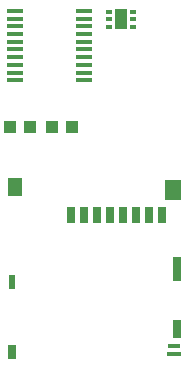
<source format=gbr>
G04 EAGLE Gerber RS-274X export*
G75*
%MOMM*%
%FSLAX34Y34*%
%LPD*%
%INSolderpaste Top*%
%IPPOS*%
%AMOC8*
5,1,8,0,0,1.08239X$1,22.5*%
G01*
%ADD10R,0.600000X0.350000*%
%ADD11R,1.100000X1.700000*%
%ADD12R,1.475000X0.450000*%
%ADD13R,0.800000X1.400000*%
%ADD14R,1.350000X1.800000*%
%ADD15R,0.650000X2.140000*%
%ADD16R,0.650000X1.600000*%
%ADD17R,1.100000X0.450000*%
%ADD18R,1.150000X0.450000*%
%ADD19R,0.650000X1.300000*%
%ADD20R,0.600000X1.150000*%
%ADD21R,1.160000X1.500000*%
%ADD22R,1.000000X1.100000*%


D10*
X164300Y308300D03*
X164300Y301800D03*
X164300Y295300D03*
X185300Y295300D03*
X185300Y301800D03*
X185300Y308300D03*
D11*
X174800Y301800D03*
D12*
X84920Y308650D03*
X84920Y302150D03*
X84920Y295650D03*
X84920Y289150D03*
X84920Y282650D03*
X84920Y276150D03*
X84920Y269650D03*
X84920Y263150D03*
X84920Y256650D03*
X84920Y250150D03*
X143680Y250150D03*
X143680Y256650D03*
X143680Y263150D03*
X143680Y269650D03*
X143680Y276150D03*
X143680Y282650D03*
X143680Y289150D03*
X143680Y295650D03*
X143680Y302150D03*
X143680Y308650D03*
D13*
X132750Y136400D03*
X143750Y136400D03*
X154750Y136400D03*
X165750Y136400D03*
X176750Y136400D03*
X187750Y136400D03*
X198750Y136400D03*
X209750Y136400D03*
D14*
X218650Y156900D03*
D15*
X221900Y90600D03*
D16*
X221900Y39800D03*
D17*
X219650Y24750D03*
D18*
X219400Y18150D03*
D19*
X82900Y20400D03*
D20*
X82650Y79650D03*
D21*
X85450Y159400D03*
D22*
X98100Y210300D03*
X81100Y210300D03*
X116000Y210300D03*
X133000Y210300D03*
M02*

</source>
